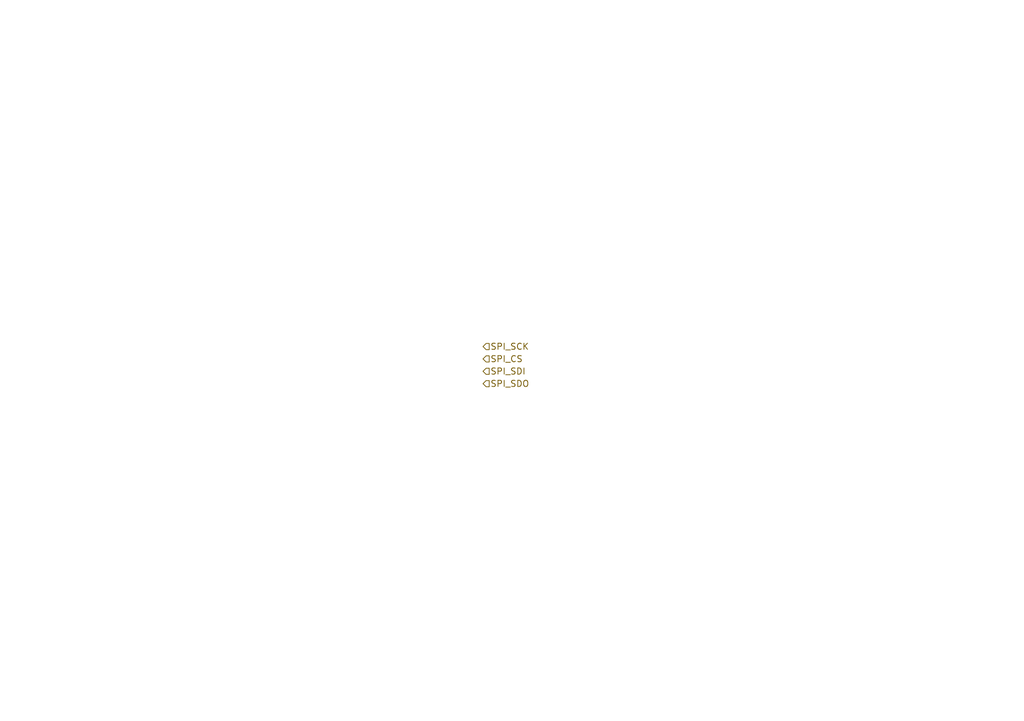
<source format=kicad_sch>
(kicad_sch
	(version 20250114)
	(generator "eeschema")
	(generator_version "9.0")
	(uuid "2782db54-6fda-4cbd-8275-415a393c4b3e")
	(paper "A5")
	(lib_symbols)
	(hierarchical_label "SPI_SDO"
		(shape input)
		(at 99.06 78.74 0)
		(effects
			(font
				(size 1.27 1.27)
			)
			(justify left)
		)
		(uuid "205af8ab-1c6a-4256-be58-8abfe12f4bd7")
	)
	(hierarchical_label "SPI_CS"
		(shape input)
		(at 99.06 73.66 0)
		(effects
			(font
				(size 1.27 1.27)
			)
			(justify left)
		)
		(uuid "70f458f1-48c9-4cc9-9217-9ea5978ff3ab")
	)
	(hierarchical_label "SPI_SCK"
		(shape input)
		(at 99.06 71.12 0)
		(effects
			(font
				(size 1.27 1.27)
			)
			(justify left)
		)
		(uuid "94d7df6c-e55d-4c6a-921c-a1fd17a494ae")
	)
	(hierarchical_label "SPI_SDI"
		(shape input)
		(at 99.06 76.2 0)
		(effects
			(font
				(size 1.27 1.27)
			)
			(justify left)
		)
		(uuid "fa21cd23-69e1-41c8-a067-d163d38d83a6")
	)
)

</source>
